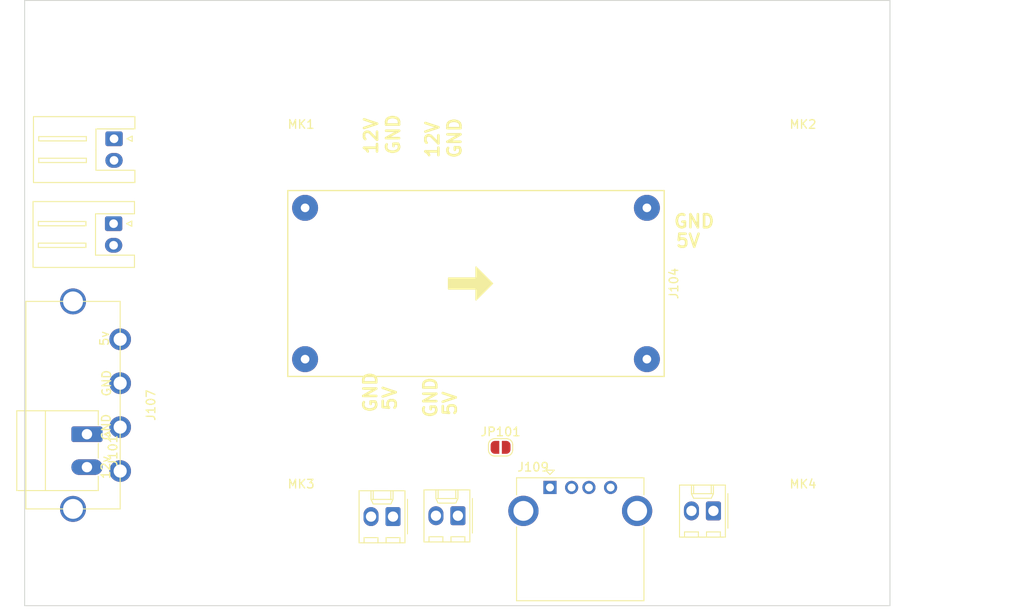
<source format=kicad_pcb>
(kicad_pcb (version 20221018) (generator pcbnew)
  (layers (0 "F.Cu" signal) (31 "B.Cu" signal) (34 "B.Paste" user) (35 "F.Paste" user) (36 "B.SilkS" user "B.Silkscreen") (37 "F.SilkS" user "F.Silkscreen") (38 "B.Mask" user) (39 "F.Mask" user) (44 "Edge.Cuts" user))
  (net 0 "")
  (net 1 "Net-(J101-Pin_1)")
  (net 2 "GND")
  (net 3 "Net-(J104-Pin_4)")
  (net 4 "Net-(J107-Pin_4)")
  (footprint "EvezorLIB:LM2596_DC-DC" (layer "F.Cu") (at 80.89 86.09 -90)
    (fp_text reference "J104" (at 0 -22.86 90) (layer "F.SilkS"))
    (fp_text value "REGULATOR")
    (fp_line (start -10.75 -21.75) (end -10.75 21.75) (stroke (width 0.15)) (layer "F.SilkS"))
    (fp_line (start -10.75 21.75) (end 10.75 21.75) (stroke (width 0.15)) (layer "F.SilkS"))
    (fp_line (start 10.75 -21.75) (end -10.75 -21.75) (stroke (width 0.15)) (layer "F.SilkS"))
    (fp_line (start 10.75 -21.75) (end 10.75 21.75) (stroke (width 0.15)) (layer "F.SilkS"))
    (fp_poly (pts (xy -0.635 3.175) (xy 0.635 3.175) (xy 0.635 0) (xy 1.905 0) (xy 0 -1.905) (xy -1.905 0) (xy -0.635 0)) (stroke (width 0.15)) (fill solid) (layer "F.SilkS"))
    (pad "1" thru_hole circle (at -8.75 19.75 270) (size 3 3) (drill 1) (layers "*.Cu" "*.Mask") (net 1 "Net-(J101-Pin_1)"))
    (pad "2" thru_hole circle (at 8.75 19.75 270) (size 3 3) (drill 1) (layers "*.Cu" "*.Mask") (net 2 "GND"))
    (pad "3" thru_hole circle (at 8.75 -19.75 270) (size 3 3) (drill 1) (layers "*.Cu" "*.Mask") (net 2 "GND"))
    (pad "4" thru_hole circle (at -8.75 -19.75 270) (size 3 3) (drill 1) (layers "*.Cu" "*.Mask") (net 3 "Net-(J104-Pin_4)"))
  )
  (footprint "Connector_USB:USB_A_CONNFLY_DS1095-WNR0" (layer "F.Cu") (at 89.44 109.68)
    (fp_text reference "J109" (at -1.95 -2.35) (layer "F.SilkS"))
    (fp_text value "USB_A")
    (fp_line (start -3.86 -1.12) (end -3.86 0.86) (stroke (width 0.12)) (layer "F.SilkS"))
    (fp_line (start -3.86 -1.12) (end 10.86 -1.12) (stroke (width 0.12)) (layer "F.SilkS"))
    (fp_line (start -3.86 4.56) (end -3.86 13.1) (stroke (width 0.12)) (layer "F.SilkS"))
    (fp_line (start -3.86 13.1) (end 10.86 13.1) (stroke (width 0.12)) (layer "F.SilkS"))
    (fp_line (start -0.5 -2) (end 0 -1.5) (stroke (width 0.12)) (layer "F.SilkS"))
    (fp_line (start 0 -1.5) (end 0.5 -2) (stroke (width 0.12)) (layer "F.SilkS"))
    (fp_line (start 0.5 -2) (end -0.5 -2) (stroke (width 0.12)) (layer "F.SilkS"))
    (fp_line (start 10.86 0.86) (end 10.86 -1.12) (stroke (width 0.12)) (layer "F.SilkS"))
    (fp_line (start 10.86 4.56) (end 10.86 13.1) (stroke (width 0.12)) (layer "F.SilkS"))
    (pad "1" thru_hole rect (at 0 0) (size 1.524 1.524) (drill 0.92) (layers "*.Cu" "*.Mask") (net 4 "Net-(J107-Pin_4)"))
    (pad "2" thru_hole circle (at 2.5 0) (size 1.524 1.524) (drill 0.92) (layers "*.Cu" "*.Mask"))
    (pad "3" thru_hole circle (at 4.5 0) (size 1.524 1.524) (drill 0.92) (layers "*.Cu" "*.Mask"))
    (pad "4" thru_hole circle (at 7 0) (size 1.524 1.524) (drill 0.92) (layers "*.Cu" "*.Mask") (net 2 "GND"))
    (pad "5" thru_hole circle (at -3.07 2.71) (size 3.5 3.5) (drill 2.3) (layers "*.Cu" "*.Mask"))
    (pad "5" thru_hole circle (at 10.07 2.71) (size 3.5 3.5) (drill 2.3) (layers "*.Cu" "*.Mask"))
  )
  (footprint "MountingHole:MountingHole_3.2mm_M3_DIN965" (layer "F.Cu") (at 118.73 57.63)
    (fp_text reference "H102" hide)
    (fp_text value "MountingHole" hide)
    (pad "" np_thru_hole circle (at 0 0) (size 3.2 3.2) (drill 3.2) (layers "F&B.Cu" "*.Mask"))
  )
  (footprint "Connector_JST:JST_XH_S2B-XH-A_1x02_P2.50mm_Horizontal" (layer "F.Cu") (at 39.06 69.35 -90)
    (fp_text reference "J103" hide)
    (fp_text value "Conn_01x02")
    (fp_line (start -2.56 -2.41) (end -1.14 -2.41) (stroke (width 0.12)) (layer "F.SilkS"))
    (fp_line (start -2.56 9.31) (end -2.56 -2.41) (stroke (width 0.12)) (layer "F.SilkS"))
    (fp_line (start -1.14 -2.41) (end -1.14 2.09) (stroke (width 0.12)) (layer "F.SilkS"))
    (fp_line (start -1.14 2.09) (end 1.25 2.09) (stroke (width 0.12)) (layer "F.SilkS"))
    (fp_line (start -0.3 -2.1) (end 0.3 -2.1) (stroke (width 0.12)) (layer "F.SilkS"))
    (fp_line (start -0.25 3.2) (end -0.25 8.7) (stroke (width 0.12)) (layer "F.SilkS"))
    (fp_line (start -0.25 8.7) (end 0.25 8.7) (stroke (width 0.12)) (layer "F.SilkS"))
    (fp_line (start 0 -1.5) (end -0.3 -2.1) (stroke (width 0.12)) (layer "F.SilkS"))
    (fp_line (start 0.25 3.2) (end -0.25 3.2) (stroke (width 0.12)) (layer "F.SilkS"))
    (fp_line (start 0.25 8.7) (end 0.25 3.2) (stroke (width 0.12)) (layer "F.SilkS"))
    (fp_line (start 0.3 -2.1) (end 0 -1.5) (stroke (width 0.12)) (layer "F.SilkS"))
    (fp_line (start 1.25 9.31) (end -2.56 9.31) (stroke (width 0.12)) (layer "F.SilkS"))
    (fp_line (start 1.25 9.31) (end 5.06 9.31) (stroke (width 0.12)) (layer "F.SilkS"))
    (fp_line (start 2.25 3.2) (end 2.25 8.7) (stroke (width 0.12)) (layer "F.SilkS"))
    (fp_line (start 2.25 8.7) (end 2.75 8.7) (stroke (width 0.12)) (layer "F.SilkS"))
    (fp_line (start 2.75 3.2) (end 2.25 3.2) (stroke (width 0.12)) (layer "F.SilkS"))
    (fp_line (start 2.75 8.7) (end 2.75 3.2) (stroke (width 0.12)) (layer "F.SilkS"))
    (fp_line (start 3.64 -2.41) (end 3.64 2.09) (stroke (width 0.12)) (layer "F.SilkS"))
    (fp_line (start 3.64 2.09) (end 1.25 2.09) (stroke (width 0.12)) (layer "F.SilkS"))
    (fp_line (start 5.06 -2.41) (end 3.64 -2.41) (stroke (width 0.12)) (layer "F.SilkS"))
    (fp_line (start 5.06 9.31) (end 5.06 -2.41) (stroke (width 0.12)) (layer "F.SilkS"))
    (pad "1" thru_hole roundrect (at 0 0 270) (size 1.7 2) (drill 1) (layers "*.Cu" "*.Mask") (roundrect_rratio 0.147059) (net 1 "Net-(J101-Pin_1)"))
    (pad "2" thru_hole oval (at 2.5 0 270) (size 1.7 2) (drill 1) (layers "*.Cu" "*.Mask") (net 2 "GND"))
  )
  (footprint "MountingHole:MountingHole_2.7mm_M2.5" (layer "F.Cu") (at 118.68 63.985 180)
    (fp_text reference "MK2" (at 0 -3.7 180) (layer "F.SilkS"))
    (fp_text value "M2.5")
    (pad "" np_thru_hole circle (at 0 0 180) (size 2.7 2.7) (drill 2.7) (layers "F&B.Cu" "*.Mask"))
  )
  (footprint "Connector_Molex:Molex_KK-254_AE-6410-02A_1x02_P2.54mm_Vertical" (layer "F.Cu") (at 108.33 112.39 180)
    (fp_text reference "J108" hide)
    (fp_text value "Conn_01x02")
    (fp_line (start -1.67 -2) (end -1.67 2) (stroke (width 0.12)) (layer "F.SilkS"))
    (fp_line (start -1.38 -3.03) (end -1.38 2.99) (stroke (width 0.12)) (layer "F.SilkS"))
    (fp_line (start -1.38 2.99) (end 3.92 2.99) (stroke (width 0.12)) (layer "F.SilkS"))
    (fp_line (start -0.8 -3.03) (end -0.8 -2.43) (stroke (width 0.12)) (layer "F.SilkS"))
    (fp_line (start -0.8 -2.43) (end 0.8 -2.43) (stroke (width 0.12)) (layer "F.SilkS"))
    (fp_line (start 0 1.99) (end 0.25 1.46) (stroke (width 0.12)) (layer "F.SilkS"))
    (fp_line (start 0 1.99) (end 2.54 1.99) (stroke (width 0.12)) (layer "F.SilkS"))
    (fp_line (start 0 2.99) (end 0 1.99) (stroke (width 0.12)) (layer "F.SilkS"))
    (fp_line (start 0.25 1.46) (end 2.29 1.46) (stroke (width 0.12)) (layer "F.SilkS"))
    (fp_line (start 0.25 2.99) (end 0.25 1.99) (stroke (width 0.12)) (layer "F.SilkS"))
    (fp_line (start 0.8 -2.43) (end 0.8 -3.03) (stroke (width 0.12)) (layer "F.SilkS"))
    (fp_line (start 1.74 -3.03) (end 1.74 -2.43) (stroke (width 0.12)) (layer "F.SilkS"))
    (fp_line (start 1.74 -2.43) (end 3.34 -2.43) (stroke (width 0.12)) (layer "F.SilkS"))
    (fp_line (start 2.29 1.46) (end 2.54 1.99) (stroke (width 0.12)) (layer "F.SilkS"))
    (fp_line (start 2.29 2.99) (end 2.29 1.99) (stroke (width 0.12)) (layer "F.SilkS"))
    (fp_line (start 2.54 1.99) (end 2.54 2.99) (stroke (width 0.12)) (layer "F.SilkS"))
    (fp_line (start 3.34 -2.43) (end 3.34 -3.03) (stroke (width 0.12)) (layer "F.SilkS"))
    (fp_line (start 3.92 -3.03) (end -1.38 -3.03) (stroke (width 0.12)) (layer "F.SilkS"))
    (fp_line (start 3.92 2.99) (end 3.92 -3.03) (stroke (width 0.12)) (layer "F.SilkS"))
    (pad "1" thru_hole roundrect (at 0 0 180) (size 1.74 2.19) (drill 1.19) (layers "*.Cu" "*.Mask") (roundrect_rratio 0.143678) (net 2 "GND"))
    (pad "2" thru_hole oval (at 2.54 0 180) (size 1.74 2.19) (drill 1.19) (layers "*.Cu" "*.Mask") (net 4 "Net-(J107-Pin_4)"))
  )
  (footprint "Connector_Phoenix_MC:PhoenixContact_MC_1,5_2-G-3.81_1x02_P3.81mm_Horizontal" (layer "F.Cu") (at 35.93 103.52 -90)
    (fp_text reference "J101" (at 1.9 -3 90) (layer "F.SilkS"))
    (fp_text value "Conn_01x02")
    (fp_line (start -2.71 -1.31) (end -2.71 8.11) (stroke (width 0.12)) (layer "F.SilkS"))
    (fp_line (start -2.71 -1.31) (end -1.05 -1.31) (stroke (width 0.12)) (layer "F.SilkS"))
    (fp_line (start -2.71 4.8) (end 6.52 4.8) (stroke (width 0.12)) (layer "F.SilkS"))
    (fp_line (start -2.71 8.11) (end 6.52 8.11) (stroke (width 0.12)) (layer "F.SilkS"))
    (fp_line (start -0.3 -2.6) (end 0.3 -2.6) (stroke (width 0.12)) (layer "F.SilkS"))
    (fp_line (start 0 -2) (end -0.3 -2.6) (stroke (width 0.12)) (layer "F.SilkS"))
    (fp_line (start 0.3 -2.6) (end 0 -2) (stroke (width 0.12)) (layer "F.SilkS"))
    (fp_line (start 1.05 -1.31) (end 2.76 -1.31) (stroke (width 0.12)) (layer "F.SilkS"))
    (fp_line (start 6.52 -1.31) (end 4.86 -1.31) (stroke (width 0.12)) (layer "F.SilkS"))
    (fp_line (start 6.52 8.11) (end 6.52 -1.31) (stroke (width 0.12)) (layer "F.SilkS"))
    (pad "1" thru_hole roundrect (at 0 0 270) (size 1.8 3.6) (drill 1.2) (layers "*.Cu" "*.Mask") (roundrect_rratio 0.138889) (net 1 "Net-(J101-Pin_1)"))
    (pad "2" thru_hole oval (at 3.81 0 270) (size 1.8 3.6) (drill 1.2) (layers "*.Cu" "*.Mask") (net 2 "GND"))
  )
  (footprint "Connector_Molex:Molex_HDD_POWER_CONN" (layer "F.Cu") (at 34.32 100.16 90)
    (fp_text reference "J107" (at 0 9 90 unlocked) (layer "F.SilkS"))
    (fp_text value "Conn_01x04_MountingPin")
    (fp_text user "GND" (at 0.9144 4.4704 90 unlocked) (layer "F.SilkS") (effects (justify left bottom)))
    (fp_text user "12v" (at -8.636 4.3688 90 unlocked) (layer "F.SilkS") (effects (justify left bottom)))
    (fp_text user "GND" (at -4.1656 4.4196 90 unlocked) (layer "F.SilkS") (effects (justify left bottom)))
    (fp_text user "5v" (at 6.7564 4.2164 90 unlocked) (layer "F.SilkS") (effects (justify left bottom)))
    (fp_line (start -12 -5.45) (end -12 5.45) (stroke (width 0.12)) (layer "F.SilkS"))
    (fp_line (start -12 5.45) (end 12 5.45) (stroke (width 0.12)) (layer "F.SilkS"))
    (fp_line (start 12 -5.45) (end -12 -5.45) (stroke (width 0.12)) (layer "F.SilkS"))
    (fp_line (start 12 5.45) (end 12 -5.45) (stroke (width 0.12)) (layer "F.SilkS"))
    (pad "1" thru_hole circle (at -7.62 5.45 90) (size 2.5 2.5) (drill 1.52) (layers "*.Cu" "*.Mask") (net 1 "Net-(J101-Pin_1)"))
    (pad "2" thru_hole circle (at -2.54 5.45 90) (size 2.5 2.5) (drill 1.52) (layers "*.Cu" "*.Mask") (net 2 "GND"))
    (pad "3" thru_hole circle (at 2.54 5.45 90) (size 2.5 2.5) (drill 1.52) (layers "*.Cu" "*.Mask") (net 2 "GND"))
    (pad "4" thru_hole circle (at 7.62 5.45 90) (size 2.5 2.5) (drill 1.52) (layers "*.Cu" "*.Mask") (net 4 "Net-(J107-Pin_4)"))
    (pad "MP" thru_hole circle (at -12 0 90) (size 3 3) (drill 2.3) (layers "*.Cu" "*.Mask"))
    (pad "MP" thru_hole circle (at 12 0 90) (size 3 3) (drill 2.3) (layers "*.Cu" "*.Mask"))
  )
  (footprint "Jumper:SolderJumper-2_P1.3mm_Open_RoundedPad1.0x1.5mm" (layer "F.Cu") (at 83.73 105.04)
    (fp_text reference "JP101" (at 0 -1.8) (layer "F.SilkS"))
    (fp_text value "Jumper_2_Open")
    (fp_line (start -1.4 0.3) (end -1.4 -0.3) (stroke (width 0.12)) (layer "F.SilkS"))
    (fp_line (start -0.7 -1) (end 0.7 -1) (stroke (width 0.12)) (layer "F.SilkS"))
    (fp_line (start 0.7 1) (end -0.7 1) (stroke (width 0.12)) (layer "F.SilkS"))
    (fp_line (start 1.4 -0.3) (end 1.4 0.3) (stroke (width 0.12)) (layer "F.SilkS"))
    (fp_arc (start -1.4 -0.3) (mid -1.194975 -0.794975) (end -0.7 -1) (stroke (width 0.12)) (layer "F.SilkS"))
    (fp_arc (start -0.7 1) (mid -1.194975 0.794975) (end -1.4 0.3) (stroke (width 0.12)) (layer "F.SilkS"))
    (fp_arc (start 0.7 -1) (mid 1.194975 -0.794975) (end 1.4 -0.3) (stroke (width 0.12)) (layer "F.SilkS"))
    (fp_arc (start 1.4 0.3) (mid 1.194975 0.794975) (end 0.7 1) (stroke (width 0.12)) (layer "F.SilkS"))
    (pad "1" smd custom (at -0.65 0) (size 1 0.5) (layers "F.Cu" "F.Mask") (net 3 "Net-(J104-Pin_4)") (options (clearance outline) (anchor rect)) (primitives (gr_circle (center 0 0.25) (end 0.5 0.25) (width 0) (fill yes)) (gr_circle (center 0 -0.25) (end 0.5 -0.25) (width 0) (fill yes)) (gr_poly (pts (xy 0 -0.75) (xy 0.5 -0.75) (xy 0.5 0.75) (xy 0 0.75)) (width 0) (fill yes))))
    (pad "2" smd custom (at 0.65 0) (size 1 0.5) (layers "F.Cu" "F.Mask") (net 4 "Net-(J107-Pin_4)") (options (clearance outline) (anchor rect)) (primitives (gr_circle (center 0 0.25) (end 0.5 0.25) (width 0) (fill yes)) (gr_circle (center 0 -0.25) (end 0.5 -0.25) (width 0) (fill yes)) (gr_poly (pts (xy 0 -0.75) (xy -0.5 -0.75) (xy -0.5 0.75) (xy 0 0.75)) (width 0) (fill yes))))
  )
  (footprint "Connector_JST:JST_XH_S2B-XH-A_1x02_P2.50mm_Horizontal" (layer "F.Cu") (at 39.01 79.17 -90)
    (fp_text reference "J102" hide)
    (fp_text value "Conn_01x02")
    (fp_line (start -2.56 -2.41) (end -1.14 -2.41) (stroke (width 0.12)) (layer "F.SilkS"))
    (fp_line (start -2.56 9.31) (end -2.56 -2.41) (stroke (width 0.12)) (layer "F.SilkS"))
    (fp_line (start -1.14 -2.41) (end -1.14 2.09) (stroke (width 0.12)) (layer "F.SilkS"))
    (fp_line (start -1.14 2.09) (end 1.25 2.09) (stroke (width 0.12)) (layer "F.SilkS"))
    (fp_line (start -0.3 -2.1) (end 0.3 -2.1) (stroke (width 0.12)) (layer "F.SilkS"))
    (fp_line (start -0.25 3.2) (end -0.25 8.7) (stroke (width 0.12)) (layer "F.SilkS"))
    (fp_line (start -0.25 8.7) (end 0.25 8.7) (stroke (width 0.12)) (layer "F.SilkS"))
    (fp_line (start 0 -1.5) (end -0.3 -2.1) (stroke (width 0.12)) (layer "F.SilkS"))
    (fp_line (start 0.25 3.2) (end -0.25 3.2) (stroke (width 0.12)) (layer "F.SilkS"))
    (fp_line (start 0.25 8.7) (end 0.25 3.2) (stroke (width 0.12)) (layer "F.SilkS"))
    (fp_line (start 0.3 -2.1) (end 0 -1.5) (stroke (width 0.12)) (layer "F.SilkS"))
    (fp_line (start 1.25 9.31) (end -2.56 9.31) (stroke (width 0.12)) (layer "F.SilkS"))
    (fp_line (start 1.25 9.31) (end 5.06 9.31) (stroke (width 0.12)) (layer "F.SilkS"))
    (fp_line (start 2.25 3.2) (end 2.25 8.7) (stroke (width 0.12)) (layer "F.SilkS"))
    (fp_line (start 2.25 8.7) (end 2.75 8.7) (stroke (width 0.12)) (layer "F.SilkS"))
    (fp_line (start 2.75 3.2) (end 2.25 3.2) (stroke (width 0.12)) (layer "F.SilkS"))
    (fp_line (start 2.75 8.7) (end 2.75 3.2) (stroke (width 0.12)) (layer "F.SilkS"))
    (fp_line (start 3.64 -2.41) (end 3.64 2.09) (stroke (width 0.12)) (layer "F.SilkS"))
    (fp_line (start 3.64 2.09) (end 1.25 2.09) (stroke (width 0.12)) (layer "F.SilkS"))
    (fp_line (start 5.06 -2.41) (end 3.64 -2.41) (stroke (width 0.12)) (layer "F.SilkS"))
    (fp_line (start 5.06 9.31) (end 5.06 -2.41) (stroke (width 0.12)) (layer "F.SilkS"))
    (pad "1" thru_hole roundrect (at 0 0 270) (size 1.7 2) (drill 1) (layers "*.Cu" "*.Mask") (roundrect_rratio 0.147059) (net 1 "Net-(J101-Pin_1)"))
    (pad "2" thru_hole oval (at 2.5 0 270) (size 1.7 2) (drill 1) (layers "*.Cu" "*.Mask") (net 2 "GND"))
  )
  (footprint "MountingHole:MountingHole_3.2mm_M3_DIN965" (layer "F.Cu") (at 42.73 119.35)
    (fp_text reference "H104" hide)
    (fp_text value "MountingHole")
    (pad "" np_thru_hole circle (at 0 0) (size 3.2 3.2) (drill 3.2) (layers "F&B.Cu" "*.Mask"))
  )
  (footprint "MountingHole:MountingHole_2.7mm_M2.5" (layer "F.Cu") (at 60.68 112.985)
    (fp_text reference "MK3" (at 0 -3.7) (layer "F.SilkS"))
    (fp_text value "M2.5")
    (pad "" np_thru_hole circle (at 0 0) (size 2.7 2.7) (drill 2.7) (layers "F&B.Cu" "*.Mask"))
  )
  (footprint "MountingHole:MountingHole_3.2mm_M3_DIN965" (layer "F.Cu") (at 42.73 57.63)
    (fp_text reference "H101" hide)
    (fp_text value "MountingHole" hide)
    (pad "" np_thru_hole circle (at 0 0) (size 3.2 3.2) (drill 3.2) (layers "F&B.Cu" "*.Mask"))
  )
  (footprint "MountingHole:MountingHole_2.7mm_M2.5" (layer "F.Cu") (at 60.68 63.985 180)
    (fp_text reference "MK1" (at 0 -3.7 180) (layer "F.SilkS"))
    (fp_text value "M2.5")
    (pad "" np_thru_hole circle (at 0 0 180) (size 2.7 2.7) (drill 2.7) (layers "F&B.Cu" "*.Mask"))
  )
  (footprint "Connector_Molex:Molex_KK-254_AE-6410-02A_1x02_P2.54mm_Vertical" (layer "F.Cu") (at 71.3 113.05 180)
    (fp_text reference "J105" hide)
    (fp_text value "Conn_01x02")
    (fp_line (start -1.67 -2) (end -1.67 2) (stroke (width 0.12)) (layer "F.SilkS"))
    (fp_line (start -1.38 -3.03) (end -1.38 2.99) (stroke (width 0.12)) (layer "F.SilkS"))
    (fp_line (start -1.38 2.99) (end 3.92 2.99) (stroke (width 0.12)) (layer "F.SilkS"))
    (fp_line (start -0.8 -3.03) (end -0.8 -2.43) (stroke (width 0.12)) (layer "F.SilkS"))
    (fp_line (start -0.8 -2.43) (end 0.8 -2.43) (stroke (width 0.12)) (layer "F.SilkS"))
    (fp_line (start 0 1.99) (end 0.25 1.46) (stroke (width 0.12)) (layer "F.SilkS"))
    (fp_line (start 0 1.99) (end 2.54 1.99) (stroke (width 0.12)) (layer "F.SilkS"))
    (fp_line (start 0 2.99) (end 0 1.99) (stroke (width 0.12)) (layer "F.SilkS"))
    (fp_line (start 0.25 1.46) (end 2.29 1.46) (stroke (width 0.12)) (layer "F.SilkS"))
    (fp_line (start 0.25 2.99) (end 0.25 1.99) (stroke (width 0.12)) (layer "F.SilkS"))
    (fp_line (start 0.8 -2.43) (end 0.8 -3.03) (stroke (width 0.12)) (layer "F.SilkS"))
    (fp_line (start 1.74 -3.03) (end 1.74 -2.43) (stroke (width 0.12)) (layer "F.SilkS"))
    (fp_line (start 1.74 -2.43) (end 3.34 -2.43) (stroke (width 0.12)) (layer "F.SilkS"))
    (fp_line (start 2.29 1.46) (end 2.54 1.99) (stroke (width 0.12)) (layer "F.SilkS"))
    (fp_line (start 2.29 2.99) (end 2.29 1.99) (stroke (width 0.12)) (layer "F.SilkS"))
    (fp_line (start 2.54 1.99) (end 2.54 2.99) (stroke (width 0.12)) (layer "F.SilkS"))
    (fp_line (start 3.34 -2.43) (end 3.34 -3.03) (stroke (width 0.12)) (layer "F.SilkS"))
    (fp_line (start 3.92 -3.03) (end -1.38 -3.03) (stroke (width 0.12)) (layer "F.SilkS"))
    (fp_line (start 3.92 2.99) (end 3.92 -3.03) (stroke (width 0.12)) (layer "F.SilkS"))
    (pad "1" thru_hole roundrect (at 0 0 180) (size 1.74 2.19) (drill 1.19) (layers "*.Cu" "*.Mask") (roundrect_rratio 0.143678) (net 3 "Net-(J104-Pin_4)"))
    (pad "2" thru_hole oval (at 2.54 0 180) (size 1.74 2.19) (drill 1.19) (layers "*.Cu" "*.Mask") (net 2 "GND"))
  )
  (footprint "Connector_Molex:Molex_KK-254_AE-6410-02A_1x02_P2.54mm_Vertical" (layer "F.Cu") (at 78.8 112.95 180)
    (fp_text reference "J106" hide)
    (fp_text value "Conn_01x02")
    (fp_line (start -1.67 -2) (end -1.67 2) (stroke (width 0.12)) (layer "F.SilkS"))
    (fp_line (start -1.38 -3.03) (end -1.38 2.99) (stroke (width 0.12)) (layer "F.SilkS"))
    (fp_line (start -1.38 2.99) (end 3.92 2.99) (stroke (width 0.12)) (layer "F.SilkS"))
    (fp_line (start -0.8 -3.03) (end -0.8 -2.43) (stroke (width 0.12)) (layer "F.SilkS"))
    (fp_line (start -0.8 -2.43) (end 0.8 -2.43) (stroke (width 0.12)) (layer "F.SilkS"))
    (fp_line (start 0 1.99) (end 0.25 1.46) (stroke (width 0.12)) (layer "F.SilkS"))
    (fp_line (start 0 1.99) (end 2.54 1.99) (stroke (width 0.12)) (layer "F.SilkS"))
    (fp_line (start 0 2.99) (end 0 1.99) (stroke (width 0.12)) (layer "F.SilkS"))
    (fp_line (start 0.25 1.46) (end 2.29 1.46) (stroke (width 0.12)) (layer "F.SilkS"))
    (fp_line (start 0.25 2.99) (end 0.25 1.99) (stroke (width 0.12)) (layer "F.SilkS"))
    (fp_line (start 0.8 -2.43) (end 0.8 -3.03) (stroke (width 0.12)) (layer "F.SilkS"))
    (fp_line (start 1.74 -3.03) (end 1.74 -2.43) (stroke (width 0.12)) (layer "F.SilkS"))
    (fp_line (start 1.74 -2.43) (end 3.34 -2.43) (stroke (width 0.12)) (layer "F.SilkS"))
    (fp_line (start 2.29 1.46) (end 2.54 1.99) (stroke (width 0.12)) (layer "F.SilkS"))
    (fp_line (start 2.29 2.99) (end 2.29 1.99) (stroke (width 0.12)) (layer "F.SilkS"))
    (fp_line (start 2.54 1.99) (end 2.54 2.99) (stroke (width 0.12)) (layer "F.SilkS"))
    (fp_line (start 3.34 -2.43) (end 3.34 -3.03) (stroke (width 0.12)) (layer "F.SilkS"))
    (fp_line (start 3.92 -3.03) (end -1.38 -3.03) (stroke (width 0.12)) (layer "F.SilkS"))
    (fp_line (start 3.92 2.99) (end 3.92 -3.03) (stroke (width 0.12)) (layer "F.SilkS"))
    (pad "1" thru_hole roundrect (at 0 0 180) (size 1.74 2.19) (drill 1.19) (layers "*.Cu" "*.Mask") (roundrect_rratio 0.143678) (net 3 "Net-(J104-Pin_4)"))
    (pad "2" thru_hole oval (at 2.54 0 180) (size 1.74 2.19) (drill 1.19) (layers "*.Cu" "*.Mask") (net 2 "GND"))
  )
  (footprint "MountingHole:MountingHole_3.2mm_M3_DIN965" (layer "F.Cu") (at 118.73 119.35)
    (fp_text reference "H103" hide)
    (fp_text value "MountingHole")
    (pad "" np_thru_hole circle (at 0 0) (size 3.2 3.2) (drill 3.2) (layers "F&B.Cu" "*.Mask"))
  )
  (footprint "MountingHole:MountingHole_2.7mm_M2.5" (layer "F.Cu") (at 118.68 112.985)
    (fp_text reference "MK4" (at 0 -3.7) (layer "F.SilkS"))
    (fp_text value "M2.5")
    (pad "" np_thru_hole circle (at 0 0) (size 2.7 2.7) (drill 2.7) (layers "F&B.Cu" "*.Mask"))
  )
  (gr_line (start 128.73 53.35) (end 28.73 53.35) (stroke (width 0.1)) (layer "Edge.Cuts"))
  (gr_line (start 28.73 123.35) (end 128.73 123.35) (stroke (width 0.1)) (layer "Edge.Cuts"))
  (gr_line (start 128.73 123.35) (end 128.73 53.35) (stroke (width 0.1)) (layer "Edge.Cuts"))
  (gr_line (start 28.73 53.35) (end 28.73 123.35) (stroke (width 0.1)) (layer "Edge.Cuts"))
  (gr_text "5V" (at 103.84 82.03) (layer "F.SilkS") (effects (font (size 1.5 1.5) (thickness 0.3) bold) (justify left bottom)))
  (gr_text "12V" (at 76.74 71.72 90) (layer "F.SilkS") (effects (font (size 1.5 1.5) (thickness 0.3) bold) (justify left bottom)))
  (gr_text "GND\n" (at 72.2 71.33 90) (layer "F.SilkS") (effects (font (size 1.5 1.5) (thickness 0.3) bold) (justify left bottom)))
  (gr_text "5V" (at 71.81 100.93 90) (layer "F.SilkS") (effects (font (size 1.5 1.5) (thickness 0.3) bold) (justify left bottom)))
  (gr_text "12V" (at 69.65 71.3 90) (layer "F.SilkS") (effects (font (size 1.5 1.5) (thickness 0.3) bold) (justify left bottom)))
  (gr_text "5V" (at 78.75 101.53 90) (layer "F.SilkS") (effects (font (size 1.5 1.5) (thickness 0.3) bold) (justify left bottom)))
  (gr_text "GND\n" (at 69.56 101.15 90) (layer "F.SilkS") (effects (font (size 1.5 1.5) (thickness 0.3) bold) (justify left bottom)))
  (gr_text "GND\n" (at 79.29 71.75 90) (layer "F.SilkS") (effects (font (size 1.5 1.5) (thickness 0.3) bold) (justify left bottom)))
  (gr_text "GND\n" (at 76.5 101.75 90) (layer "F.SilkS") (effects (font (size 1.5 1.5) (thickness 0.3) bold) (justify left bottom)))
  (gr_text "GND\n" (at 103.62 79.78) (layer "F.SilkS") (effects (font (size 1.5 1.5) (thickness 0.3) bold) (justify left bottom)))
)
</source>
